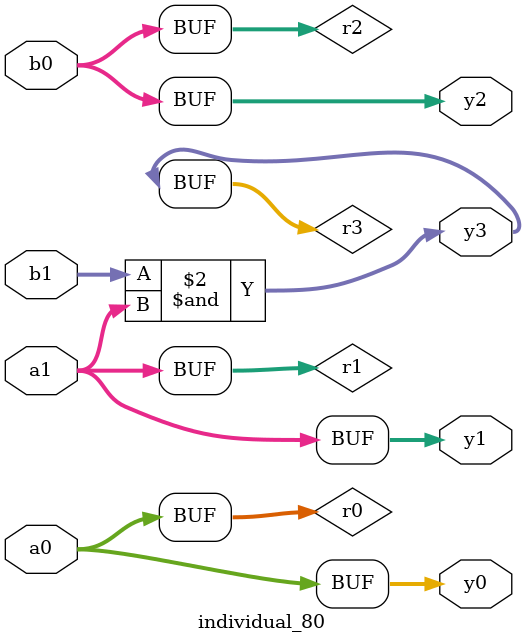
<source format=sv>
module individual_80(input logic [15:0] a1, input logic [15:0] a0, input logic [15:0] b1, input logic [15:0] b0, output logic [15:0] y3, output logic [15:0] y2, output logic [15:0] y1, output logic [15:0] y0);
logic [15:0] r0, r1, r2, r3; 
 always@(*) begin 
	 r0 = a0; r1 = a1; r2 = b0; r3 = b1; 
 	 r3  &=  a1 ;
 	 y3 = r3; y2 = r2; y1 = r1; y0 = r0; 
end
endmodule
</source>
